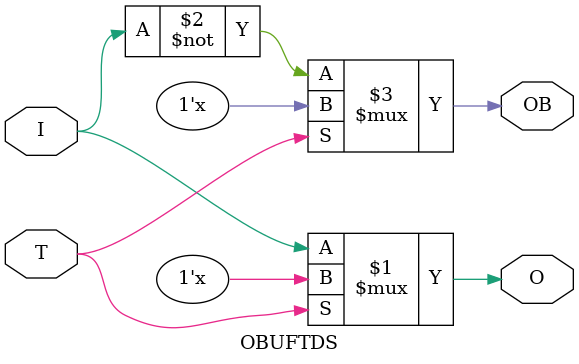
<source format=v>

module OBUFTDS (/*AUTOARG*/
   // Outputs
   O, OB,
   // Inputs
   I, T
   );

   parameter IOSTANDARD=0;
   parameter SLEW=0;
   
   input I;    //input
   input T;    //tristate signal
   output O;   //output
   output OB;  //output_bar

   assign O  = T ? 1'bz : I;
   assign OB = T ? 1'bz : ~I;
   
   
endmodule // OBUFTDS


</source>
